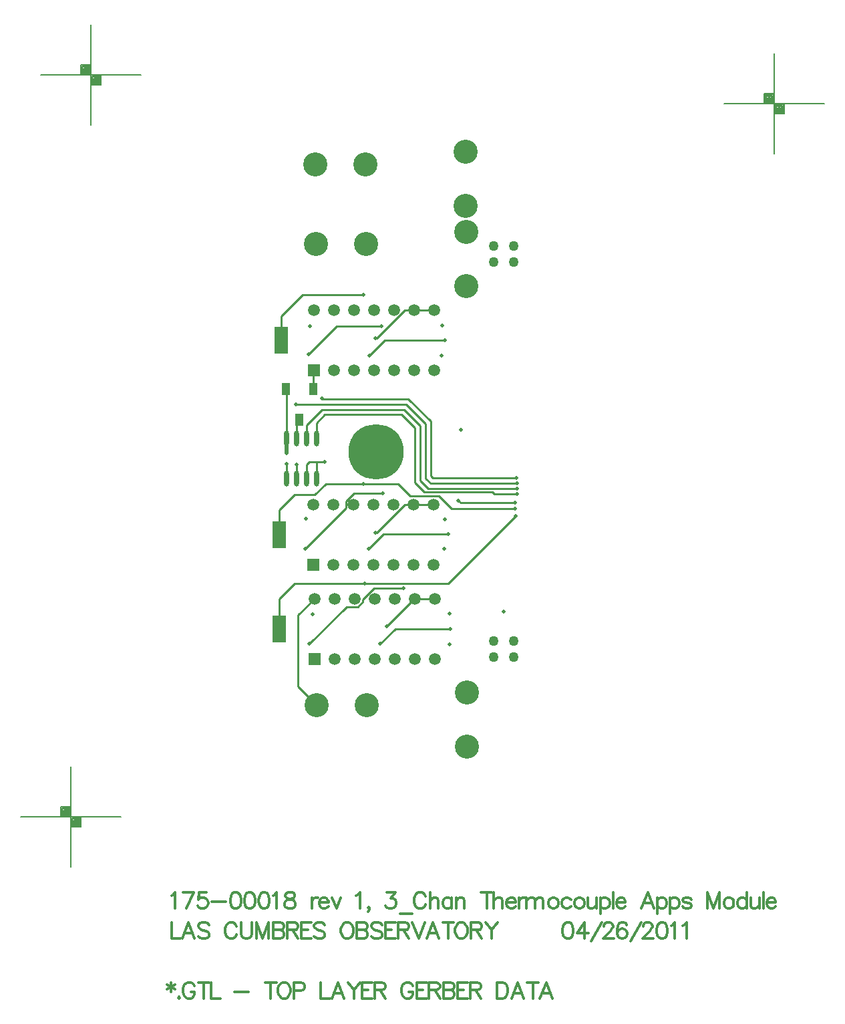
<source format=gtl>
%FSLAX23Y23*%
%MOIN*%
G70*
G01*
G75*
G04 Layer_Physical_Order=1*
G04 Layer_Color=255*
%ADD10O,0.024X0.079*%
%ADD11R,0.070X0.135*%
%ADD12R,0.039X0.059*%
%ADD13C,0.010*%
%ADD14C,0.020*%
%ADD15C,0.012*%
%ADD16C,0.008*%
%ADD17C,0.012*%
%ADD18C,0.012*%
%ADD19C,0.120*%
%ADD20C,0.050*%
%ADD21C,0.059*%
%ADD22R,0.059X0.059*%
%ADD23C,0.276*%
%ADD24C,0.020*%
D10*
X24778Y17943D02*
D03*
X24828D02*
D03*
X24878D02*
D03*
X24928D02*
D03*
X24778Y18140D02*
D03*
X24828D02*
D03*
X24878D02*
D03*
X24928D02*
D03*
D11*
X24753Y18631D02*
D03*
X24743Y17191D02*
D03*
Y17661D02*
D03*
D12*
X24912Y18388D02*
D03*
X24843Y18234D02*
D03*
X24774Y18388D02*
D03*
D13*
X24743Y17661D02*
Y17785D01*
X24819Y17861D01*
X24920D01*
X24974Y17915D01*
X25161D01*
X24743Y17191D02*
Y17342D01*
X24817Y17417D01*
X25168D01*
X24774Y18388D02*
X24778Y18384D01*
Y18140D02*
Y18384D01*
X24828Y18219D02*
X24843Y18234D01*
X24828Y18140D02*
Y18219D01*
X24753Y18631D02*
Y18753D01*
X24858Y18858D01*
X25162D01*
X25414Y18780D02*
X25514D01*
X25370D02*
X25414D01*
X25230Y18640D02*
X25370Y18780D01*
X25223Y18640D02*
X25230D01*
X25030Y18702D02*
X25253D01*
X24889Y18561D02*
X25030Y18702D01*
X25269Y18631D02*
X25567D01*
X25192Y18554D02*
X25269Y18631D01*
X25114Y17868D02*
X25259D01*
X25074Y17827D02*
X25114Y17868D01*
X25074Y17795D02*
Y17827D01*
X24871Y17592D02*
X25074Y17795D01*
X25263Y17664D02*
X25585D01*
X25189Y17590D02*
X25263Y17664D01*
X25413Y17811D02*
X25513D01*
X25369D02*
X25413D01*
X25229Y17671D02*
X25369Y17811D01*
X25221Y17671D02*
X25229D01*
X24835Y17260D02*
X24918Y17343D01*
X24835Y16905D02*
Y17260D01*
Y16905D02*
X24927Y16813D01*
X25215Y17396D02*
X25363D01*
X25158Y17338D02*
X25215Y17396D01*
X25158Y17327D02*
Y17338D01*
X25134Y17303D02*
X25158Y17327D01*
X25078Y17303D02*
X25134D01*
X24893Y17118D02*
X25078Y17303D01*
X25418Y17343D02*
X25518D01*
X25415D02*
X25418D01*
X25278Y17206D02*
X25415Y17343D01*
X25321Y17193D02*
X25595D01*
X25246Y17118D02*
X25321Y17193D01*
X25498Y17954D02*
Y18227D01*
X25419Y17921D02*
Y18194D01*
X25445Y17932D02*
Y18205D01*
X25471Y17943D02*
Y18216D01*
X25353Y18260D02*
X25419Y18194D01*
X24969Y18260D02*
X25353D01*
X25364Y18286D02*
X25445Y18205D01*
X24956Y18286D02*
X25364D01*
X25375Y18312D02*
X25471Y18216D01*
X25386Y18339D02*
X25498Y18227D01*
X25445Y17932D02*
X25486Y17891D01*
X25928D01*
X25471Y17943D02*
X25497Y17917D01*
X25927D01*
X25498Y17954D02*
X25508Y17944D01*
X25926D01*
X24878Y18208D02*
X24956Y18286D01*
X24878Y18140D02*
Y18208D01*
X24928Y18219D02*
X24969Y18260D01*
X24928Y18140D02*
Y18219D01*
X24824Y18312D02*
X25375D01*
X24779Y17944D02*
Y18015D01*
X24778Y17943D02*
X24779Y17944D01*
X24955Y18339D02*
X25386D01*
X24954Y18340D02*
X24955Y18339D01*
X24829Y17944D02*
Y18011D01*
X24828Y17943D02*
X24829Y17944D01*
X24878Y17943D02*
Y18011D01*
X24891Y18024D01*
X24928Y17943D02*
Y18023D01*
X24891Y18024D02*
X24927D01*
X24970D01*
X24927D02*
X24928Y18023D01*
X24912Y18388D02*
Y18478D01*
X24914Y18480D01*
X25584Y17417D02*
X25922Y17754D01*
X25168Y17417D02*
X25584D01*
X25805Y17876D02*
X25816Y17865D01*
X25930D01*
X25419Y17921D02*
X25464Y17876D01*
X25805D01*
X25335Y17915D02*
X25394Y17856D01*
X25161Y17915D02*
X25335D01*
X25394Y17856D02*
X25538D01*
X25603Y17791D01*
X25917D01*
X25647Y17820D02*
X25917D01*
X25634Y17833D02*
X25647Y17820D01*
D14*
X24778Y18069D02*
Y18140D01*
D15*
X24202Y15429D02*
Y15383D01*
X24183Y15418D02*
X24221Y15395D01*
Y15418D02*
X24183Y15395D01*
X24241Y15357D02*
X24238Y15353D01*
X24241Y15349D01*
X24245Y15353D01*
X24241Y15357D01*
X24320Y15410D02*
X24316Y15418D01*
X24308Y15425D01*
X24301Y15429D01*
X24286D01*
X24278Y15425D01*
X24270Y15418D01*
X24266Y15410D01*
X24263Y15399D01*
Y15380D01*
X24266Y15368D01*
X24270Y15361D01*
X24278Y15353D01*
X24286Y15349D01*
X24301D01*
X24308Y15353D01*
X24316Y15361D01*
X24320Y15368D01*
Y15380D01*
X24301D02*
X24320D01*
X24365Y15429D02*
Y15349D01*
X24338Y15429D02*
X24391D01*
X24401D02*
Y15349D01*
X24447D01*
X24518Y15383D02*
X24587D01*
X24700Y15429D02*
Y15349D01*
X24673Y15429D02*
X24727D01*
X24759D02*
X24751Y15425D01*
X24744Y15418D01*
X24740Y15410D01*
X24736Y15399D01*
Y15380D01*
X24740Y15368D01*
X24744Y15361D01*
X24751Y15353D01*
X24759Y15349D01*
X24774D01*
X24782Y15353D01*
X24789Y15361D01*
X24793Y15368D01*
X24797Y15380D01*
Y15399D01*
X24793Y15410D01*
X24789Y15418D01*
X24782Y15425D01*
X24774Y15429D01*
X24759D01*
X24816Y15387D02*
X24850D01*
X24861Y15391D01*
X24865Y15395D01*
X24869Y15402D01*
Y15414D01*
X24865Y15421D01*
X24861Y15425D01*
X24850Y15429D01*
X24816D01*
Y15349D01*
X24950Y15429D02*
Y15349D01*
X24995D01*
X25065D02*
X25035Y15429D01*
X25004Y15349D01*
X25016Y15376D02*
X25054D01*
X25084Y15429D02*
X25114Y15391D01*
Y15349D01*
X25145Y15429D02*
X25114Y15391D01*
X25205Y15429D02*
X25155D01*
Y15349D01*
X25205D01*
X25155Y15391D02*
X25186D01*
X25218Y15429D02*
Y15349D01*
Y15429D02*
X25252D01*
X25264Y15425D01*
X25267Y15421D01*
X25271Y15414D01*
Y15406D01*
X25267Y15399D01*
X25264Y15395D01*
X25252Y15391D01*
X25218D01*
X25245D02*
X25271Y15349D01*
X25409Y15410D02*
X25405Y15418D01*
X25398Y15425D01*
X25390Y15429D01*
X25375D01*
X25367Y15425D01*
X25360Y15418D01*
X25356Y15410D01*
X25352Y15399D01*
Y15380D01*
X25356Y15368D01*
X25360Y15361D01*
X25367Y15353D01*
X25375Y15349D01*
X25390D01*
X25398Y15353D01*
X25405Y15361D01*
X25409Y15368D01*
Y15380D01*
X25390D02*
X25409D01*
X25477Y15429D02*
X25427D01*
Y15349D01*
X25477D01*
X25427Y15391D02*
X25458D01*
X25490Y15429D02*
Y15349D01*
Y15429D02*
X25524D01*
X25536Y15425D01*
X25540Y15421D01*
X25544Y15414D01*
Y15406D01*
X25540Y15399D01*
X25536Y15395D01*
X25524Y15391D01*
X25490D01*
X25517D02*
X25544Y15349D01*
X25561Y15429D02*
Y15349D01*
Y15429D02*
X25596D01*
X25607Y15425D01*
X25611Y15421D01*
X25615Y15414D01*
Y15406D01*
X25611Y15399D01*
X25607Y15395D01*
X25596Y15391D01*
X25561D02*
X25596D01*
X25607Y15387D01*
X25611Y15383D01*
X25615Y15376D01*
Y15364D01*
X25611Y15357D01*
X25607Y15353D01*
X25596Y15349D01*
X25561D01*
X25682Y15429D02*
X25633D01*
Y15349D01*
X25682D01*
X25633Y15391D02*
X25663D01*
X25695Y15429D02*
Y15349D01*
Y15429D02*
X25730D01*
X25741Y15425D01*
X25745Y15421D01*
X25749Y15414D01*
Y15406D01*
X25745Y15399D01*
X25741Y15395D01*
X25730Y15391D01*
X25695D01*
X25722D02*
X25749Y15349D01*
X25830Y15429D02*
Y15349D01*
Y15429D02*
X25856D01*
X25868Y15425D01*
X25875Y15418D01*
X25879Y15410D01*
X25883Y15399D01*
Y15380D01*
X25879Y15368D01*
X25875Y15361D01*
X25868Y15353D01*
X25856Y15349D01*
X25830D01*
X25962D02*
X25931Y15429D01*
X25901Y15349D01*
X25912Y15376D02*
X25950D01*
X26007Y15429D02*
Y15349D01*
X25980Y15429D02*
X26034D01*
X26104Y15349D02*
X26074Y15429D01*
X26043Y15349D01*
X26055Y15376D02*
X26093D01*
D16*
X26963Y19813D02*
X27463D01*
X27213Y19563D02*
Y20063D01*
X27163Y19813D02*
Y19863D01*
X27213D01*
X27263Y19763D02*
Y19813D01*
X27213Y19763D02*
X27263D01*
X27218Y19808D02*
X27258D01*
Y19768D02*
Y19808D01*
X27218Y19768D02*
X27258D01*
X27218D02*
Y19808D01*
X27223Y19803D02*
X27253D01*
Y19773D02*
Y19803D01*
X27223Y19773D02*
X27253D01*
X27223D02*
Y19798D01*
X27228D02*
X27248D01*
Y19778D02*
Y19798D01*
X27228Y19778D02*
X27248D01*
X27228D02*
Y19793D01*
X27233D02*
X27243D01*
Y19783D02*
Y19793D01*
X27233Y19783D02*
X27243D01*
X27233D02*
Y19793D01*
Y19788D02*
X27243D01*
X27168Y19858D02*
X27208D01*
Y19818D02*
Y19858D01*
X27168Y19818D02*
X27208D01*
X27168D02*
Y19858D01*
X27173Y19853D02*
X27203D01*
Y19823D02*
Y19853D01*
X27173Y19823D02*
X27203D01*
X27173D02*
Y19848D01*
X27178D02*
X27198D01*
Y19828D02*
Y19848D01*
X27178Y19828D02*
X27198D01*
X27178D02*
Y19843D01*
X27183D02*
X27193D01*
Y19833D02*
Y19843D01*
X27183Y19833D02*
X27193D01*
X27183D02*
Y19843D01*
Y19838D02*
X27193D01*
X23552Y19954D02*
X24052D01*
X23802Y19704D02*
Y20204D01*
X23752Y19954D02*
Y20004D01*
X23802D01*
X23852Y19904D02*
Y19954D01*
X23802Y19904D02*
X23852D01*
X23807Y19949D02*
X23847D01*
Y19909D02*
Y19949D01*
X23807Y19909D02*
X23847D01*
X23807D02*
Y19949D01*
X23812Y19944D02*
X23842D01*
Y19914D02*
Y19944D01*
X23812Y19914D02*
X23842D01*
X23812D02*
Y19939D01*
X23817D02*
X23837D01*
Y19919D02*
Y19939D01*
X23817Y19919D02*
X23837D01*
X23817D02*
Y19934D01*
X23822D02*
X23832D01*
Y19924D02*
Y19934D01*
X23822Y19924D02*
X23832D01*
X23822D02*
Y19934D01*
Y19929D02*
X23832D01*
X23757Y19999D02*
X23797D01*
Y19959D02*
Y19999D01*
X23757Y19959D02*
X23797D01*
X23757D02*
Y19999D01*
X23762Y19994D02*
X23792D01*
Y19964D02*
Y19994D01*
X23762Y19964D02*
X23792D01*
X23762D02*
Y19989D01*
X23767D02*
X23787D01*
Y19969D02*
Y19989D01*
X23767Y19969D02*
X23787D01*
X23767D02*
Y19984D01*
X23772D02*
X23782D01*
Y19974D02*
Y19984D01*
X23772Y19974D02*
X23782D01*
X23772D02*
Y19984D01*
Y19979D02*
X23782D01*
X23453Y16254D02*
X23953D01*
X23703Y16004D02*
Y16504D01*
X23653Y16254D02*
Y16304D01*
X23703D01*
X23753Y16204D02*
Y16254D01*
X23703Y16204D02*
X23753D01*
X23708Y16249D02*
X23748D01*
Y16209D02*
Y16249D01*
X23708Y16209D02*
X23748D01*
X23708D02*
Y16249D01*
X23713Y16244D02*
X23743D01*
Y16214D02*
Y16244D01*
X23713Y16214D02*
X23743D01*
X23713D02*
Y16239D01*
X23718D02*
X23738D01*
Y16219D02*
Y16239D01*
X23718Y16219D02*
X23738D01*
X23718D02*
Y16234D01*
X23723D02*
X23733D01*
Y16224D02*
Y16234D01*
X23723Y16224D02*
X23733D01*
X23723D02*
Y16234D01*
Y16229D02*
X23733D01*
X23658Y16299D02*
X23698D01*
Y16259D02*
Y16299D01*
X23658Y16259D02*
X23698D01*
X23658D02*
Y16299D01*
X23663Y16294D02*
X23693D01*
Y16264D02*
Y16294D01*
X23663Y16264D02*
X23693D01*
X23663D02*
Y16289D01*
X23668D02*
X23688D01*
Y16269D02*
Y16289D01*
X23668Y16269D02*
X23688D01*
X23668D02*
Y16284D01*
X23673D02*
X23683D01*
Y16274D02*
Y16284D01*
X23673Y16274D02*
X23683D01*
X23673D02*
Y16284D01*
Y16279D02*
X23683D01*
D17*
X24204Y15862D02*
X24212Y15866D01*
X24223Y15878D01*
Y15798D01*
X24316Y15878D02*
X24278Y15798D01*
X24263Y15878D02*
X24316D01*
X24380D02*
X24342D01*
X24338Y15843D01*
X24342Y15847D01*
X24353Y15851D01*
X24364D01*
X24376Y15847D01*
X24383Y15840D01*
X24387Y15828D01*
Y15821D01*
X24383Y15809D01*
X24376Y15801D01*
X24364Y15798D01*
X24353D01*
X24342Y15801D01*
X24338Y15805D01*
X24334Y15813D01*
X24405Y15832D02*
X24474D01*
X24520Y15878D02*
X24509Y15874D01*
X24501Y15862D01*
X24497Y15843D01*
Y15832D01*
X24501Y15813D01*
X24509Y15801D01*
X24520Y15798D01*
X24528D01*
X24539Y15801D01*
X24547Y15813D01*
X24551Y15832D01*
Y15843D01*
X24547Y15862D01*
X24539Y15874D01*
X24528Y15878D01*
X24520D01*
X24591D02*
X24580Y15874D01*
X24572Y15862D01*
X24569Y15843D01*
Y15832D01*
X24572Y15813D01*
X24580Y15801D01*
X24591Y15798D01*
X24599D01*
X24610Y15801D01*
X24618Y15813D01*
X24622Y15832D01*
Y15843D01*
X24618Y15862D01*
X24610Y15874D01*
X24599Y15878D01*
X24591D01*
X24663D02*
X24651Y15874D01*
X24644Y15862D01*
X24640Y15843D01*
Y15832D01*
X24644Y15813D01*
X24651Y15801D01*
X24663Y15798D01*
X24670D01*
X24682Y15801D01*
X24689Y15813D01*
X24693Y15832D01*
Y15843D01*
X24689Y15862D01*
X24682Y15874D01*
X24670Y15878D01*
X24663D01*
X24711Y15862D02*
X24719Y15866D01*
X24730Y15878D01*
Y15798D01*
X24789Y15878D02*
X24777Y15874D01*
X24773Y15866D01*
Y15859D01*
X24777Y15851D01*
X24785Y15847D01*
X24800Y15843D01*
X24812Y15840D01*
X24819Y15832D01*
X24823Y15824D01*
Y15813D01*
X24819Y15805D01*
X24815Y15801D01*
X24804Y15798D01*
X24789D01*
X24777Y15801D01*
X24773Y15805D01*
X24770Y15813D01*
Y15824D01*
X24773Y15832D01*
X24781Y15840D01*
X24793Y15843D01*
X24808Y15847D01*
X24815Y15851D01*
X24819Y15859D01*
Y15866D01*
X24815Y15874D01*
X24804Y15878D01*
X24789D01*
X24904Y15851D02*
Y15798D01*
Y15828D02*
X24908Y15840D01*
X24915Y15847D01*
X24923Y15851D01*
X24934D01*
X24941Y15828D02*
X24987D01*
Y15836D01*
X24983Y15843D01*
X24980Y15847D01*
X24972Y15851D01*
X24960D01*
X24953Y15847D01*
X24945Y15840D01*
X24941Y15828D01*
Y15821D01*
X24945Y15809D01*
X24953Y15801D01*
X24960Y15798D01*
X24972D01*
X24980Y15801D01*
X24987Y15809D01*
X25004Y15851D02*
X25027Y15798D01*
X25050Y15851D02*
X25027Y15798D01*
X25126Y15862D02*
X25133Y15866D01*
X25145Y15878D01*
Y15798D01*
X25192Y15801D02*
X25188Y15798D01*
X25184Y15801D01*
X25188Y15805D01*
X25192Y15801D01*
Y15794D01*
X25188Y15786D01*
X25184Y15782D01*
X25280Y15878D02*
X25322D01*
X25299Y15847D01*
X25311D01*
X25318Y15843D01*
X25322Y15840D01*
X25326Y15828D01*
Y15821D01*
X25322Y15809D01*
X25314Y15801D01*
X25303Y15798D01*
X25291D01*
X25280Y15801D01*
X25276Y15805D01*
X25272Y15813D01*
X25344Y15771D02*
X25405D01*
X25472Y15859D02*
X25468Y15866D01*
X25461Y15874D01*
X25453Y15878D01*
X25438D01*
X25430Y15874D01*
X25422Y15866D01*
X25419Y15859D01*
X25415Y15847D01*
Y15828D01*
X25419Y15817D01*
X25422Y15809D01*
X25430Y15801D01*
X25438Y15798D01*
X25453D01*
X25461Y15801D01*
X25468Y15809D01*
X25472Y15817D01*
X25494Y15878D02*
Y15798D01*
Y15836D02*
X25506Y15847D01*
X25514Y15851D01*
X25525D01*
X25533Y15847D01*
X25536Y15836D01*
Y15798D01*
X25603Y15851D02*
Y15798D01*
Y15840D02*
X25595Y15847D01*
X25588Y15851D01*
X25576D01*
X25569Y15847D01*
X25561Y15840D01*
X25557Y15828D01*
Y15821D01*
X25561Y15809D01*
X25569Y15801D01*
X25576Y15798D01*
X25588D01*
X25595Y15801D01*
X25603Y15809D01*
X25624Y15851D02*
Y15798D01*
Y15836D02*
X25636Y15847D01*
X25643Y15851D01*
X25655D01*
X25662Y15847D01*
X25666Y15836D01*
Y15798D01*
X25777Y15878D02*
Y15798D01*
X25750Y15878D02*
X25803D01*
X25813D02*
Y15798D01*
Y15836D02*
X25824Y15847D01*
X25832Y15851D01*
X25843D01*
X25851Y15847D01*
X25855Y15836D01*
Y15798D01*
X25876Y15828D02*
X25921D01*
Y15836D01*
X25918Y15843D01*
X25914Y15847D01*
X25906Y15851D01*
X25895D01*
X25887Y15847D01*
X25880Y15840D01*
X25876Y15828D01*
Y15821D01*
X25880Y15809D01*
X25887Y15801D01*
X25895Y15798D01*
X25906D01*
X25914Y15801D01*
X25921Y15809D01*
X25939Y15851D02*
Y15798D01*
Y15828D02*
X25942Y15840D01*
X25950Y15847D01*
X25958Y15851D01*
X25969D01*
X25976D02*
Y15798D01*
Y15836D02*
X25988Y15847D01*
X25995Y15851D01*
X26007D01*
X26014Y15847D01*
X26018Y15836D01*
Y15798D01*
Y15836D02*
X26030Y15847D01*
X26037Y15851D01*
X26049D01*
X26056Y15847D01*
X26060Y15836D01*
Y15798D01*
X26104Y15851D02*
X26097Y15847D01*
X26089Y15840D01*
X26085Y15828D01*
Y15821D01*
X26089Y15809D01*
X26097Y15801D01*
X26104Y15798D01*
X26116D01*
X26123Y15801D01*
X26131Y15809D01*
X26135Y15821D01*
Y15828D01*
X26131Y15840D01*
X26123Y15847D01*
X26116Y15851D01*
X26104D01*
X26198Y15840D02*
X26190Y15847D01*
X26183Y15851D01*
X26171D01*
X26164Y15847D01*
X26156Y15840D01*
X26152Y15828D01*
Y15821D01*
X26156Y15809D01*
X26164Y15801D01*
X26171Y15798D01*
X26183D01*
X26190Y15801D01*
X26198Y15809D01*
X26234Y15851D02*
X26227Y15847D01*
X26219Y15840D01*
X26215Y15828D01*
Y15821D01*
X26219Y15809D01*
X26227Y15801D01*
X26234Y15798D01*
X26246D01*
X26253Y15801D01*
X26261Y15809D01*
X26265Y15821D01*
Y15828D01*
X26261Y15840D01*
X26253Y15847D01*
X26246Y15851D01*
X26234D01*
X26282D02*
Y15813D01*
X26286Y15801D01*
X26294Y15798D01*
X26305D01*
X26313Y15801D01*
X26324Y15813D01*
Y15851D02*
Y15798D01*
X26345Y15851D02*
Y15771D01*
Y15840D02*
X26353Y15847D01*
X26360Y15851D01*
X26372D01*
X26379Y15847D01*
X26387Y15840D01*
X26391Y15828D01*
Y15821D01*
X26387Y15809D01*
X26379Y15801D01*
X26372Y15798D01*
X26360D01*
X26353Y15801D01*
X26345Y15809D01*
X26408Y15878D02*
Y15798D01*
X26425Y15828D02*
X26470D01*
Y15836D01*
X26466Y15843D01*
X26463Y15847D01*
X26455Y15851D01*
X26444D01*
X26436Y15847D01*
X26428Y15840D01*
X26425Y15828D01*
Y15821D01*
X26428Y15809D01*
X26436Y15801D01*
X26444Y15798D01*
X26455D01*
X26463Y15801D01*
X26470Y15809D01*
X26611Y15798D02*
X26581Y15878D01*
X26550Y15798D01*
X26562Y15824D02*
X26600D01*
X26630Y15851D02*
Y15771D01*
Y15840D02*
X26637Y15847D01*
X26645Y15851D01*
X26657D01*
X26664Y15847D01*
X26672Y15840D01*
X26676Y15828D01*
Y15821D01*
X26672Y15809D01*
X26664Y15801D01*
X26657Y15798D01*
X26645D01*
X26637Y15801D01*
X26630Y15809D01*
X26693Y15851D02*
Y15771D01*
Y15840D02*
X26700Y15847D01*
X26708Y15851D01*
X26719D01*
X26727Y15847D01*
X26735Y15840D01*
X26738Y15828D01*
Y15821D01*
X26735Y15809D01*
X26727Y15801D01*
X26719Y15798D01*
X26708D01*
X26700Y15801D01*
X26693Y15809D01*
X26797Y15840D02*
X26794Y15847D01*
X26782Y15851D01*
X26771D01*
X26759Y15847D01*
X26756Y15840D01*
X26759Y15832D01*
X26767Y15828D01*
X26786Y15824D01*
X26794Y15821D01*
X26797Y15813D01*
Y15809D01*
X26794Y15801D01*
X26782Y15798D01*
X26771D01*
X26759Y15801D01*
X26756Y15809D01*
X26877Y15878D02*
Y15798D01*
Y15878D02*
X26908Y15798D01*
X26938Y15878D02*
X26908Y15798D01*
X26938Y15878D02*
Y15798D01*
X26980Y15851D02*
X26972Y15847D01*
X26965Y15840D01*
X26961Y15828D01*
Y15821D01*
X26965Y15809D01*
X26972Y15801D01*
X26980Y15798D01*
X26991D01*
X26999Y15801D01*
X27007Y15809D01*
X27010Y15821D01*
Y15828D01*
X27007Y15840D01*
X26999Y15847D01*
X26991Y15851D01*
X26980D01*
X27074Y15878D02*
Y15798D01*
Y15840D02*
X27066Y15847D01*
X27058Y15851D01*
X27047D01*
X27039Y15847D01*
X27032Y15840D01*
X27028Y15828D01*
Y15821D01*
X27032Y15809D01*
X27039Y15801D01*
X27047Y15798D01*
X27058D01*
X27066Y15801D01*
X27074Y15809D01*
X27095Y15851D02*
Y15813D01*
X27099Y15801D01*
X27106Y15798D01*
X27118D01*
X27125Y15801D01*
X27137Y15813D01*
Y15851D02*
Y15798D01*
X27158Y15878D02*
Y15798D01*
X27174Y15828D02*
X27220D01*
Y15836D01*
X27216Y15843D01*
X27213Y15847D01*
X27205Y15851D01*
X27194D01*
X27186Y15847D01*
X27178Y15840D01*
X27174Y15828D01*
Y15821D01*
X27178Y15809D01*
X27186Y15801D01*
X27194Y15798D01*
X27205D01*
X27213Y15801D01*
X27220Y15809D01*
D18*
X24204Y15728D02*
Y15648D01*
X24250D01*
X24319D02*
X24289Y15728D01*
X24259Y15648D01*
X24270Y15674D02*
X24308D01*
X24391Y15716D02*
X24384Y15724D01*
X24372Y15728D01*
X24357D01*
X24346Y15724D01*
X24338Y15716D01*
Y15709D01*
X24342Y15701D01*
X24346Y15697D01*
X24353Y15693D01*
X24376Y15686D01*
X24384Y15682D01*
X24388Y15678D01*
X24391Y15671D01*
Y15659D01*
X24384Y15651D01*
X24372Y15648D01*
X24357D01*
X24346Y15651D01*
X24338Y15659D01*
X24529Y15709D02*
X24526Y15716D01*
X24518Y15724D01*
X24510Y15728D01*
X24495D01*
X24487Y15724D01*
X24480Y15716D01*
X24476Y15709D01*
X24472Y15697D01*
Y15678D01*
X24476Y15667D01*
X24480Y15659D01*
X24487Y15651D01*
X24495Y15648D01*
X24510D01*
X24518Y15651D01*
X24526Y15659D01*
X24529Y15667D01*
X24552Y15728D02*
Y15671D01*
X24556Y15659D01*
X24563Y15651D01*
X24575Y15648D01*
X24582D01*
X24594Y15651D01*
X24601Y15659D01*
X24605Y15671D01*
Y15728D01*
X24627D02*
Y15648D01*
Y15728D02*
X24658Y15648D01*
X24688Y15728D02*
X24658Y15648D01*
X24688Y15728D02*
Y15648D01*
X24711Y15728D02*
Y15648D01*
Y15728D02*
X24745D01*
X24757Y15724D01*
X24761Y15720D01*
X24764Y15712D01*
Y15705D01*
X24761Y15697D01*
X24757Y15693D01*
X24745Y15690D01*
X24711D02*
X24745D01*
X24757Y15686D01*
X24761Y15682D01*
X24764Y15674D01*
Y15663D01*
X24761Y15655D01*
X24757Y15651D01*
X24745Y15648D01*
X24711D01*
X24782Y15728D02*
Y15648D01*
Y15728D02*
X24817D01*
X24828Y15724D01*
X24832Y15720D01*
X24836Y15712D01*
Y15705D01*
X24832Y15697D01*
X24828Y15693D01*
X24817Y15690D01*
X24782D01*
X24809D02*
X24836Y15648D01*
X24903Y15728D02*
X24853D01*
Y15648D01*
X24903D01*
X24853Y15690D02*
X24884D01*
X24970Y15716D02*
X24962Y15724D01*
X24951Y15728D01*
X24935D01*
X24924Y15724D01*
X24916Y15716D01*
Y15709D01*
X24920Y15701D01*
X24924Y15697D01*
X24932Y15693D01*
X24954Y15686D01*
X24962Y15682D01*
X24966Y15678D01*
X24970Y15671D01*
Y15659D01*
X24962Y15651D01*
X24951Y15648D01*
X24935D01*
X24924Y15651D01*
X24916Y15659D01*
X25073Y15728D02*
X25066Y15724D01*
X25058Y15716D01*
X25054Y15709D01*
X25050Y15697D01*
Y15678D01*
X25054Y15667D01*
X25058Y15659D01*
X25066Y15651D01*
X25073Y15648D01*
X25088D01*
X25096Y15651D01*
X25104Y15659D01*
X25108Y15667D01*
X25111Y15678D01*
Y15697D01*
X25108Y15709D01*
X25104Y15716D01*
X25096Y15724D01*
X25088Y15728D01*
X25073D01*
X25130D02*
Y15648D01*
Y15728D02*
X25164D01*
X25176Y15724D01*
X25179Y15720D01*
X25183Y15712D01*
Y15705D01*
X25179Y15697D01*
X25176Y15693D01*
X25164Y15690D01*
X25130D02*
X25164D01*
X25176Y15686D01*
X25179Y15682D01*
X25183Y15674D01*
Y15663D01*
X25179Y15655D01*
X25176Y15651D01*
X25164Y15648D01*
X25130D01*
X25255Y15716D02*
X25247Y15724D01*
X25235Y15728D01*
X25220D01*
X25209Y15724D01*
X25201Y15716D01*
Y15709D01*
X25205Y15701D01*
X25209Y15697D01*
X25216Y15693D01*
X25239Y15686D01*
X25247Y15682D01*
X25251Y15678D01*
X25255Y15671D01*
Y15659D01*
X25247Y15651D01*
X25235Y15648D01*
X25220D01*
X25209Y15651D01*
X25201Y15659D01*
X25322Y15728D02*
X25272D01*
Y15648D01*
X25322D01*
X25272Y15690D02*
X25303D01*
X25335Y15728D02*
Y15648D01*
Y15728D02*
X25370D01*
X25381Y15724D01*
X25385Y15720D01*
X25389Y15712D01*
Y15705D01*
X25385Y15697D01*
X25381Y15693D01*
X25370Y15690D01*
X25335D01*
X25362D02*
X25389Y15648D01*
X25406Y15728D02*
X25437Y15648D01*
X25467Y15728D02*
X25437Y15648D01*
X25539D02*
X25508Y15728D01*
X25478Y15648D01*
X25489Y15674D02*
X25527D01*
X25584Y15728D02*
Y15648D01*
X25557Y15728D02*
X25611D01*
X25643D02*
X25635Y15724D01*
X25628Y15716D01*
X25624Y15709D01*
X25620Y15697D01*
Y15678D01*
X25624Y15667D01*
X25628Y15659D01*
X25635Y15651D01*
X25643Y15648D01*
X25658D01*
X25666Y15651D01*
X25673Y15659D01*
X25677Y15667D01*
X25681Y15678D01*
Y15697D01*
X25677Y15709D01*
X25673Y15716D01*
X25666Y15724D01*
X25658Y15728D01*
X25643D01*
X25700D02*
Y15648D01*
Y15728D02*
X25734D01*
X25745Y15724D01*
X25749Y15720D01*
X25753Y15712D01*
Y15705D01*
X25749Y15697D01*
X25745Y15693D01*
X25734Y15690D01*
X25700D01*
X25726D02*
X25753Y15648D01*
X25771Y15728D02*
X25801Y15690D01*
Y15648D01*
X25832Y15728D02*
X25801Y15690D01*
X26179Y15728D02*
X26168Y15724D01*
X26160Y15712D01*
X26156Y15693D01*
Y15682D01*
X26160Y15663D01*
X26168Y15651D01*
X26179Y15648D01*
X26187D01*
X26198Y15651D01*
X26206Y15663D01*
X26210Y15682D01*
Y15693D01*
X26206Y15712D01*
X26198Y15724D01*
X26187Y15728D01*
X26179D01*
X26266D02*
X26228Y15674D01*
X26285D01*
X26266Y15728D02*
Y15648D01*
X26299Y15636D02*
X26352Y15728D01*
X26361Y15709D02*
Y15712D01*
X26365Y15720D01*
X26369Y15724D01*
X26377Y15728D01*
X26392D01*
X26399Y15724D01*
X26403Y15720D01*
X26407Y15712D01*
Y15705D01*
X26403Y15697D01*
X26396Y15686D01*
X26358Y15648D01*
X26411D01*
X26474Y15716D02*
X26471Y15724D01*
X26459Y15728D01*
X26452D01*
X26440Y15724D01*
X26433Y15712D01*
X26429Y15693D01*
Y15674D01*
X26433Y15659D01*
X26440Y15651D01*
X26452Y15648D01*
X26455D01*
X26467Y15651D01*
X26474Y15659D01*
X26478Y15671D01*
Y15674D01*
X26474Y15686D01*
X26467Y15693D01*
X26455Y15697D01*
X26452D01*
X26440Y15693D01*
X26433Y15686D01*
X26429Y15674D01*
X26496Y15636D02*
X26549Y15728D01*
X26558Y15709D02*
Y15712D01*
X26562Y15720D01*
X26566Y15724D01*
X26573Y15728D01*
X26589D01*
X26596Y15724D01*
X26600Y15720D01*
X26604Y15712D01*
Y15705D01*
X26600Y15697D01*
X26593Y15686D01*
X26554Y15648D01*
X26608D01*
X26649Y15728D02*
X26637Y15724D01*
X26629Y15712D01*
X26626Y15693D01*
Y15682D01*
X26629Y15663D01*
X26637Y15651D01*
X26649Y15648D01*
X26656D01*
X26668Y15651D01*
X26675Y15663D01*
X26679Y15682D01*
Y15693D01*
X26675Y15712D01*
X26668Y15724D01*
X26656Y15728D01*
X26649D01*
X26697Y15712D02*
X26705Y15716D01*
X26716Y15728D01*
Y15648D01*
X26756Y15712D02*
X26763Y15716D01*
X26775Y15728D01*
Y15648D01*
D19*
X24927Y16813D02*
D03*
X25177D02*
D03*
X25677Y16605D02*
D03*
Y16875D02*
D03*
X24923Y19509D02*
D03*
X25173D02*
D03*
X25673Y19301D02*
D03*
Y19571D02*
D03*
X24924Y19110D02*
D03*
X25174D02*
D03*
X25674Y18902D02*
D03*
Y19172D02*
D03*
D20*
X25911Y17051D02*
D03*
Y17130D02*
D03*
X25811Y17131D02*
D03*
Y17051D02*
D03*
Y19101D02*
D03*
X25911D02*
D03*
Y19021D02*
D03*
X25811D02*
D03*
D21*
X25514Y18780D02*
D03*
X25414D02*
D03*
X25314D02*
D03*
X25214D02*
D03*
X25114D02*
D03*
X25014D02*
D03*
X24914D02*
D03*
X25514Y18480D02*
D03*
X25414D02*
D03*
X25314D02*
D03*
X25214D02*
D03*
X25114D02*
D03*
X25014D02*
D03*
X25518Y17343D02*
D03*
X25418D02*
D03*
X25318D02*
D03*
X25218D02*
D03*
X25118D02*
D03*
X25018D02*
D03*
X24918D02*
D03*
X25518Y17043D02*
D03*
X25418D02*
D03*
X25318D02*
D03*
X25218D02*
D03*
X25118D02*
D03*
X25018D02*
D03*
X25513Y17811D02*
D03*
X25413D02*
D03*
X25313D02*
D03*
X25213D02*
D03*
X25113D02*
D03*
X25013D02*
D03*
X24913D02*
D03*
X25513Y17511D02*
D03*
X25413D02*
D03*
X25313D02*
D03*
X25213D02*
D03*
X25113D02*
D03*
X25013D02*
D03*
D22*
X24914Y18480D02*
D03*
X24918Y17043D02*
D03*
X24913Y17511D02*
D03*
D23*
X25224Y18076D02*
D03*
D24*
X25648Y18184D02*
D03*
X25161Y17915D02*
D03*
X25168Y17417D02*
D03*
X25162Y18858D02*
D03*
X25223Y18640D02*
D03*
X25253Y18702D02*
D03*
X24889Y18561D02*
D03*
X24895Y18702D02*
D03*
X25567Y18631D02*
D03*
X25192Y18554D02*
D03*
X25569Y17739D02*
D03*
X25566Y17591D02*
D03*
X24876Y17740D02*
D03*
X25259Y17868D02*
D03*
X24871Y17592D02*
D03*
X25585Y17664D02*
D03*
X25189Y17590D02*
D03*
X25221Y17671D02*
D03*
X25363Y17396D02*
D03*
X24893Y17118D02*
D03*
X25593Y17267D02*
D03*
X25592Y17114D02*
D03*
X25278Y17206D02*
D03*
X25595Y17193D02*
D03*
X25246Y17118D02*
D03*
X24910Y17264D02*
D03*
X25862Y17277D02*
D03*
X25930Y17865D02*
D03*
X25928Y17891D02*
D03*
X25927Y17917D02*
D03*
X25926Y17944D02*
D03*
X24824Y18312D02*
D03*
X24779Y18015D02*
D03*
X24954Y18340D02*
D03*
X24829Y18011D02*
D03*
X24970Y18024D02*
D03*
X25922Y17754D02*
D03*
X25917Y17791D02*
D03*
Y17820D02*
D03*
X25634Y17833D02*
D03*
X25551Y18555D02*
D03*
X25556Y18704D02*
D03*
X24778Y18069D02*
D03*
M02*

</source>
